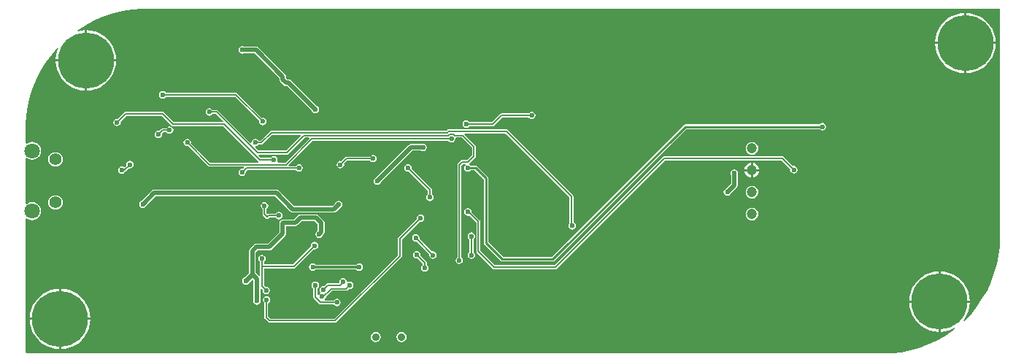
<source format=gbl>
G04*
G04 #@! TF.GenerationSoftware,Altium Limited,Altium Designer,18.1.9 (240)*
G04*
G04 Layer_Physical_Order=2*
G04 Layer_Color=16711680*
%FSLAX25Y25*%
%MOIN*%
G70*
G01*
G75*
%ADD12C,0.01181*%
%ADD14C,0.00787*%
%ADD17C,0.01000*%
%ADD26C,0.04724*%
%ADD103C,0.01968*%
%ADD104C,0.00600*%
%ADD105C,0.25591*%
%ADD106C,0.07087*%
%ADD107C,0.05543*%
%ADD108C,0.03543*%
%ADD109C,0.02362*%
G36*
X448819Y-23622D02*
X448896Y-25710D01*
X448723Y-29886D01*
X448222Y-34035D01*
X447398Y-38133D01*
X446254Y-42153D01*
X444799Y-46070D01*
X443041Y-49862D01*
X440990Y-53504D01*
X438660Y-56973D01*
X436066Y-60250D01*
X433222Y-63312D01*
X432470Y-64004D01*
X432109Y-63657D01*
X432455Y-63252D01*
X433590Y-61400D01*
X434420Y-59394D01*
X434927Y-57283D01*
X435058Y-55618D01*
X421760D01*
Y-68917D01*
X423425Y-68786D01*
X425536Y-68279D01*
X427542Y-67448D01*
X428139Y-67082D01*
X428425Y-67493D01*
X426858Y-68722D01*
X423378Y-71037D01*
X419727Y-73071D01*
X415928Y-74812D01*
X412003Y-76249D01*
X407978Y-77375D01*
X403877Y-78181D01*
X399726Y-78663D01*
X397638Y-78740D01*
X4412D01*
X3937Y-78265D01*
Y-17241D01*
X4437Y-16994D01*
X4851Y-17311D01*
X5834Y-17719D01*
X6890Y-17858D01*
X7945Y-17719D01*
X8929Y-17311D01*
X9774Y-16663D01*
X10422Y-15819D01*
X10829Y-14835D01*
X10968Y-13780D01*
X10829Y-12724D01*
X10422Y-11740D01*
X9774Y-10896D01*
X8929Y-10248D01*
X7945Y-9840D01*
X6890Y-9701D01*
X5834Y-9840D01*
X4851Y-10248D01*
X4437Y-10565D01*
X3937Y-10318D01*
Y10318D01*
X4437Y10565D01*
X4851Y10248D01*
X5834Y9840D01*
X6890Y9701D01*
X7945Y9840D01*
X8929Y10248D01*
X9774Y10896D01*
X10422Y11740D01*
X10829Y12724D01*
X10968Y13780D01*
X10829Y14835D01*
X10422Y15819D01*
X9774Y16663D01*
X8929Y17311D01*
X7945Y17719D01*
X6890Y17858D01*
X5834Y17719D01*
X4851Y17311D01*
X4437Y16994D01*
X3937Y17241D01*
Y23622D01*
Y25788D01*
X4277Y30106D01*
X4954Y34383D01*
X5965Y38595D01*
X7304Y42714D01*
X8961Y46716D01*
X10928Y50575D01*
X13191Y54268D01*
X15736Y57772D01*
X18427Y60922D01*
X18858Y60657D01*
X18335Y59394D01*
X17829Y57283D01*
X17697Y55618D01*
X30996D01*
Y68917D01*
X29331Y68786D01*
X27784Y68414D01*
X27571Y68877D01*
X28409Y69486D01*
X32103Y71750D01*
X35962Y73716D01*
X39963Y75373D01*
X44082Y76712D01*
X48294Y77723D01*
X52572Y78400D01*
X56889Y78740D01*
X448819D01*
X448819Y-23622D01*
D02*
G37*
%LPC*%
G36*
X433571Y76791D02*
Y63492D01*
X446869D01*
X446738Y65157D01*
X446232Y67268D01*
X445401Y69274D01*
X444266Y71126D01*
X442856Y72777D01*
X441205Y74187D01*
X439353Y75322D01*
X437347Y76153D01*
X435236Y76660D01*
X433571Y76791D01*
D02*
G37*
G36*
X432571D02*
X430906Y76660D01*
X428795Y76153D01*
X426789Y75322D01*
X424937Y74187D01*
X423286Y72777D01*
X421876Y71126D01*
X420741Y69274D01*
X419910Y67268D01*
X419403Y65157D01*
X419272Y63492D01*
X432571D01*
Y76791D01*
D02*
G37*
G36*
X31996Y68917D02*
Y55618D01*
X45295D01*
X45164Y57283D01*
X44657Y59394D01*
X43826Y61400D01*
X42691Y63252D01*
X41281Y64903D01*
X39630Y66313D01*
X37778Y67448D01*
X35772Y68279D01*
X33661Y68786D01*
X31996Y68917D01*
D02*
G37*
G36*
X446869Y62492D02*
X433571D01*
Y49194D01*
X435236Y49325D01*
X437347Y49832D01*
X439353Y50662D01*
X441205Y51797D01*
X442856Y53207D01*
X444266Y54858D01*
X445401Y56710D01*
X446232Y58716D01*
X446738Y60827D01*
X446869Y62492D01*
D02*
G37*
G36*
X432571D02*
X419272D01*
X419403Y60827D01*
X419910Y58716D01*
X420741Y56710D01*
X421876Y54858D01*
X423286Y53207D01*
X424937Y51797D01*
X426789Y50662D01*
X428795Y49832D01*
X430906Y49325D01*
X432571Y49194D01*
Y62492D01*
D02*
G37*
G36*
X45295Y54618D02*
X31996D01*
Y41320D01*
X33661Y41451D01*
X35772Y41958D01*
X37778Y42788D01*
X39630Y43923D01*
X41281Y45333D01*
X42691Y46984D01*
X43826Y48836D01*
X44657Y50842D01*
X45164Y52953D01*
X45295Y54618D01*
D02*
G37*
G36*
X30996D02*
X17697D01*
X17829Y52953D01*
X18335Y50842D01*
X19166Y48836D01*
X20301Y46984D01*
X21711Y45333D01*
X23362Y43923D01*
X25214Y42788D01*
X27220Y41958D01*
X29331Y41451D01*
X30996Y41320D01*
Y54618D01*
D02*
G37*
G36*
X102756Y61557D02*
X102100Y61426D01*
X101544Y61054D01*
X101172Y60498D01*
X101042Y59842D01*
X101172Y59187D01*
X101544Y58631D01*
X102100Y58259D01*
X102756Y58128D01*
X103412Y58259D01*
X103517Y58329D01*
X108428D01*
X119837Y46920D01*
Y46442D01*
X119837Y46442D01*
X119952Y45863D01*
X120280Y45372D01*
X121842Y43811D01*
X121842Y43811D01*
X122333Y43483D01*
X122912Y43368D01*
X123390D01*
X134612Y32145D01*
X134637Y32021D01*
X135009Y31465D01*
X135564Y31094D01*
X136221Y30963D01*
X136876Y31094D01*
X137433Y31465D01*
X137804Y32021D01*
X137935Y32677D01*
X137804Y33333D01*
X137433Y33889D01*
X136876Y34261D01*
X136752Y34285D01*
X125087Y45951D01*
X124596Y46279D01*
X124017Y46394D01*
X124016Y46394D01*
X123539D01*
X122864Y47069D01*
Y47547D01*
X122864Y47547D01*
X122748Y48126D01*
X122421Y48617D01*
X110125Y60913D01*
X109634Y61241D01*
X109055Y61356D01*
X109055Y61356D01*
X103517D01*
X103412Y61426D01*
X102756Y61557D01*
D02*
G37*
G36*
X235039Y31635D02*
X234383Y31505D01*
X233827Y31133D01*
X233626Y30832D01*
X221260D01*
X220911Y30763D01*
X220616Y30566D01*
X216945Y26895D01*
X206531D01*
X206330Y27196D01*
X205774Y27568D01*
X205118Y27698D01*
X204462Y27568D01*
X203906Y27196D01*
X203535Y26640D01*
X203404Y25984D01*
X203535Y25328D01*
X203906Y24772D01*
X204462Y24401D01*
X205118Y24270D01*
X205774Y24401D01*
X206330Y24772D01*
X206531Y25073D01*
X217323D01*
X217671Y25142D01*
X217967Y25340D01*
X221637Y29010D01*
X233626D01*
X233827Y28709D01*
X234383Y28338D01*
X235039Y28207D01*
X235695Y28338D01*
X236251Y28709D01*
X236623Y29265D01*
X236753Y29921D01*
X236623Y30577D01*
X236251Y31133D01*
X235695Y31505D01*
X235039Y31635D01*
D02*
G37*
G36*
X87795Y33210D02*
X87139Y33080D01*
X86583Y32708D01*
X86212Y32152D01*
X86081Y31496D01*
X86212Y30840D01*
X86583Y30284D01*
X87139Y29912D01*
X87795Y29782D01*
X88451Y29912D01*
X89007Y30284D01*
X89208Y30585D01*
X90961D01*
X94151Y27395D01*
X93943Y26895D01*
X71637D01*
X67180Y31353D01*
X66884Y31550D01*
X66535Y31620D01*
X49606D01*
X49258Y31550D01*
X48962Y31353D01*
X46024Y28415D01*
X45669Y28486D01*
X45013Y28355D01*
X44457Y27984D01*
X44086Y27428D01*
X43955Y26772D01*
X44086Y26116D01*
X44457Y25560D01*
X45013Y25188D01*
X45669Y25058D01*
X46325Y25188D01*
X46881Y25560D01*
X47253Y26116D01*
X47383Y26772D01*
X47313Y27127D01*
X49984Y29797D01*
X66158D01*
X70616Y25340D01*
X70911Y25142D01*
X71260Y25073D01*
X94111D01*
X110143Y9041D01*
X110366Y8891D01*
X110351Y8590D01*
X110283Y8392D01*
X88173D01*
X79360Y17204D01*
X79431Y17559D01*
X79300Y18215D01*
X78929Y18771D01*
X78373Y19143D01*
X77716Y19273D01*
X77061Y19143D01*
X76504Y18771D01*
X76133Y18215D01*
X76003Y17559D01*
X76133Y16903D01*
X76504Y16347D01*
X77061Y15976D01*
X77716Y15845D01*
X78071Y15916D01*
X87151Y6836D01*
X87447Y6639D01*
X87795Y6569D01*
X103392D01*
X103599Y6069D01*
X103111Y5581D01*
X102756Y5651D01*
X102100Y5521D01*
X101544Y5149D01*
X101172Y4593D01*
X101042Y3937D01*
X101172Y3281D01*
X101544Y2725D01*
X102100Y2353D01*
X102756Y2223D01*
X103412Y2353D01*
X103968Y2725D01*
X104340Y3281D01*
X104470Y3937D01*
X104399Y4292D01*
X105102Y4994D01*
X127327D01*
X127528Y4693D01*
X128084Y4322D01*
X128740Y4191D01*
X129396Y4322D01*
X129952Y4693D01*
X130324Y5250D01*
X130454Y5906D01*
X130324Y6561D01*
X129952Y7118D01*
X129396Y7489D01*
X128740Y7620D01*
X128084Y7489D01*
X127528Y7118D01*
X127327Y6817D01*
X124167D01*
X123960Y7317D01*
X135023Y18380D01*
X197012D01*
X197213Y18079D01*
X197769Y17708D01*
X198425Y17577D01*
X199081Y17708D01*
X199637Y18079D01*
X200009Y18635D01*
X200139Y19291D01*
X200105Y19462D01*
X200423Y19849D01*
X203166D01*
X207750Y15264D01*
Y11795D01*
X205528Y9573D01*
X203150D01*
X202801Y9503D01*
X202505Y9306D01*
X201324Y8125D01*
X201127Y7829D01*
X201057Y7480D01*
Y-34807D01*
X200756Y-35009D01*
X200384Y-35565D01*
X200254Y-36221D01*
X200384Y-36876D01*
X200756Y-37433D01*
X201312Y-37804D01*
X201968Y-37935D01*
X202624Y-37804D01*
X203180Y-37433D01*
X203552Y-36876D01*
X203682Y-36221D01*
X203552Y-35565D01*
X203180Y-35009D01*
X202880Y-34808D01*
Y7103D01*
X203527Y7750D01*
X204740D01*
X204892Y7250D01*
X204694Y7118D01*
X204322Y6561D01*
X204191Y5906D01*
X204322Y5250D01*
X204694Y4693D01*
X205250Y4322D01*
X205906Y4191D01*
X206561Y4322D01*
X207118Y4693D01*
X207246Y4886D01*
X209027D01*
X213154Y759D01*
Y-28346D01*
X213231Y-28737D01*
X213452Y-29067D01*
X220933Y-36548D01*
X221263Y-36769D01*
X221654Y-36846D01*
X244488D01*
X244878Y-36769D01*
X245209Y-36548D01*
X305540Y23784D01*
X366376D01*
X366505Y23591D01*
X367061Y23220D01*
X367717Y23089D01*
X368373Y23220D01*
X368929Y23591D01*
X369300Y24147D01*
X369431Y24803D01*
X369300Y25459D01*
X368929Y26015D01*
X368373Y26387D01*
X367717Y26517D01*
X367061Y26387D01*
X366505Y26015D01*
X366376Y25823D01*
X305118D01*
X304728Y25745D01*
X304397Y25524D01*
X244066Y-34807D01*
X222076D01*
X215193Y-27924D01*
Y1181D01*
X215115Y1571D01*
X214894Y1902D01*
X210170Y6627D01*
X209839Y6848D01*
X209449Y6925D01*
X207246D01*
X207118Y7118D01*
X206610Y7456D01*
X206548Y7717D01*
X206532Y8005D01*
X206550Y8017D01*
X209306Y10773D01*
X209503Y11069D01*
X209573Y11417D01*
Y15642D01*
X209503Y15990D01*
X209306Y16286D01*
X204349Y21242D01*
X204557Y21742D01*
X223032D01*
X252238Y-7464D01*
Y-19399D01*
X251960Y-19816D01*
X251829Y-20472D01*
X251960Y-21128D01*
X252331Y-21684D01*
X252887Y-22056D01*
X253543Y-22186D01*
X254199Y-22056D01*
X254755Y-21684D01*
X255127Y-21128D01*
X255257Y-20472D01*
X255127Y-19816D01*
X254755Y-19260D01*
X254199Y-18889D01*
X254061Y-18861D01*
Y-7087D01*
X253992Y-6738D01*
X253794Y-6442D01*
X224054Y23298D01*
X223758Y23495D01*
X223410Y23565D01*
X197032D01*
X196684Y23495D01*
X196388Y23298D01*
X196049Y22958D01*
X116142D01*
X115793Y22889D01*
X115497Y22692D01*
X111276Y18470D01*
X110311D01*
X110110Y18771D01*
X109554Y19143D01*
X108898Y19273D01*
X108242Y19143D01*
X107686Y18771D01*
X107314Y18215D01*
X107198Y17632D01*
X106962Y17496D01*
X106701Y17422D01*
X91983Y32140D01*
X91687Y32338D01*
X91339Y32407D01*
X89208D01*
X89007Y32708D01*
X88451Y33080D01*
X87795Y33210D01*
D02*
G37*
G36*
X66535Y41084D02*
X65879Y40954D01*
X65323Y40582D01*
X64952Y40026D01*
X64821Y39370D01*
X64952Y38714D01*
X65323Y38158D01*
X65879Y37786D01*
X66535Y37656D01*
X67191Y37786D01*
X67747Y38158D01*
X67948Y38459D01*
X99623D01*
X110561Y27520D01*
X110491Y27165D01*
X110621Y26509D01*
X110993Y25953D01*
X111549Y25582D01*
X112205Y25451D01*
X112861Y25582D01*
X113417Y25953D01*
X113788Y26509D01*
X113919Y27165D01*
X113788Y27821D01*
X113417Y28377D01*
X112861Y28749D01*
X112205Y28879D01*
X111850Y28809D01*
X100644Y40014D01*
X100349Y40212D01*
X100000Y40281D01*
X67948D01*
X67747Y40582D01*
X67191Y40954D01*
X66535Y41084D01*
D02*
G37*
G36*
X69685Y24942D02*
X69029Y24812D01*
X68473Y24440D01*
X68208Y24044D01*
X66536D01*
X66535Y24044D01*
X66223Y23982D01*
X65959Y23805D01*
X65034Y22881D01*
X64567Y22974D01*
X63911Y22843D01*
X63355Y22472D01*
X62983Y21916D01*
X62853Y21260D01*
X62983Y20604D01*
X63355Y20048D01*
X63911Y19676D01*
X64567Y19546D01*
X65223Y19676D01*
X65779Y20048D01*
X66150Y20604D01*
X66281Y21260D01*
X66188Y21727D01*
X66873Y22413D01*
X68208D01*
X68473Y22016D01*
X69029Y21645D01*
X69685Y21514D01*
X70341Y21645D01*
X70897Y22016D01*
X71269Y22572D01*
X71399Y23228D01*
X71269Y23884D01*
X70897Y24440D01*
X70341Y24812D01*
X69685Y24942D01*
D02*
G37*
G36*
X185433Y17068D02*
X184777Y16938D01*
X184672Y16868D01*
X179921D01*
X179342Y16752D01*
X178851Y16424D01*
X178851Y16424D01*
X163929Y1502D01*
X163805Y1477D01*
X163249Y1106D01*
X162877Y550D01*
X162747Y-106D01*
X162877Y-762D01*
X163249Y-1318D01*
X163805Y-1690D01*
X164461Y-1820D01*
X165117Y-1690D01*
X165673Y-1318D01*
X166044Y-762D01*
X166069Y-638D01*
X180548Y13841D01*
X184672D01*
X184777Y13771D01*
X185433Y13640D01*
X186089Y13771D01*
X186645Y14142D01*
X187017Y14698D01*
X187147Y15354D01*
X187017Y16010D01*
X186645Y16566D01*
X186089Y16938D01*
X185433Y17068D01*
D02*
G37*
G36*
X335630Y17808D02*
X334883Y17710D01*
X334187Y17421D01*
X333589Y16963D01*
X333130Y16365D01*
X332841Y15668D01*
X332743Y14921D01*
X332841Y14174D01*
X333130Y13478D01*
X333589Y12880D01*
X334187Y12421D01*
X334883Y12133D01*
X335630Y12034D01*
X336377Y12133D01*
X337073Y12421D01*
X337671Y12880D01*
X338130Y13478D01*
X338418Y14174D01*
X338517Y14921D01*
X338418Y15668D01*
X338130Y16365D01*
X337671Y16963D01*
X337073Y17421D01*
X336377Y17710D01*
X335630Y17808D01*
D02*
G37*
G36*
X162598Y11950D02*
X161943Y11820D01*
X161386Y11448D01*
X161185Y11147D01*
X150428D01*
X150080Y11078D01*
X149784Y10881D01*
X148027Y9124D01*
X147673Y9194D01*
X147017Y9064D01*
X146461Y8692D01*
X146089Y8136D01*
X145958Y7480D01*
X146089Y6824D01*
X146461Y6268D01*
X147017Y5897D01*
X147673Y5766D01*
X148328Y5897D01*
X148885Y6268D01*
X149256Y6824D01*
X149387Y7480D01*
X149316Y7835D01*
X150806Y9325D01*
X161185D01*
X161386Y9024D01*
X161943Y8653D01*
X162598Y8522D01*
X163254Y8653D01*
X163810Y9024D01*
X164182Y9580D01*
X164313Y10236D01*
X164182Y10892D01*
X163810Y11448D01*
X163254Y11820D01*
X162598Y11950D01*
D02*
G37*
G36*
X17520Y13142D02*
X16666Y13030D01*
X15870Y12700D01*
X15186Y12176D01*
X14662Y11492D01*
X14332Y10697D01*
X14220Y9843D01*
X14332Y8988D01*
X14662Y8193D01*
X15186Y7509D01*
X15870Y6985D01*
X16666Y6655D01*
X17520Y6543D01*
X18374Y6655D01*
X19170Y6985D01*
X19853Y7509D01*
X20378Y8193D01*
X20707Y8988D01*
X20820Y9843D01*
X20707Y10697D01*
X20378Y11492D01*
X19853Y12176D01*
X19170Y12700D01*
X18374Y13030D01*
X17520Y13142D01*
D02*
G37*
G36*
X51575Y9194D02*
X50919Y9064D01*
X50363Y8692D01*
X49991Y8136D01*
X49861Y7480D01*
X49954Y7013D01*
X49070Y6129D01*
X49028Y6133D01*
X48472Y6505D01*
X47816Y6635D01*
X47160Y6505D01*
X46604Y6133D01*
X46232Y5577D01*
X46102Y4921D01*
X46232Y4265D01*
X46604Y3709D01*
X47160Y3338D01*
X47816Y3207D01*
X48472Y3338D01*
X49028Y3709D01*
X49339Y4175D01*
X49593Y4344D01*
X51107Y5859D01*
X51575Y5766D01*
X52231Y5897D01*
X52787Y6268D01*
X53158Y6824D01*
X53289Y7480D01*
X53158Y8136D01*
X52787Y8692D01*
X52231Y9064D01*
X51575Y9194D01*
D02*
G37*
G36*
X336130Y8247D02*
Y5421D01*
X338955D01*
X338906Y5799D01*
X338567Y6617D01*
X338028Y7319D01*
X337326Y7858D01*
X336508Y8197D01*
X336130Y8247D01*
D02*
G37*
G36*
X335130D02*
X334752Y8197D01*
X333934Y7858D01*
X333232Y7319D01*
X332693Y6617D01*
X332354Y5799D01*
X332305Y5421D01*
X335130D01*
Y8247D01*
D02*
G37*
G36*
X349482Y11271D02*
X295523D01*
X295175Y11202D01*
X294879Y11004D01*
X245416Y-38459D01*
X218209D01*
X211541Y-31791D01*
Y-18504D01*
X211472Y-18155D01*
X211274Y-17860D01*
X207614Y-14200D01*
X207620Y-14173D01*
X207489Y-13517D01*
X207118Y-12961D01*
X206561Y-12590D01*
X205906Y-12459D01*
X205250Y-12590D01*
X204694Y-12961D01*
X204322Y-13517D01*
X204191Y-14173D01*
X204322Y-14829D01*
X204694Y-15385D01*
X205250Y-15757D01*
X205906Y-15887D01*
X206561Y-15757D01*
X206581Y-15744D01*
X209719Y-18881D01*
Y-32168D01*
X209788Y-32517D01*
X209986Y-32813D01*
X217187Y-40014D01*
X217483Y-40212D01*
X217832Y-40281D01*
X245793D01*
X246142Y-40212D01*
X246437Y-40014D01*
X295901Y9449D01*
X349105D01*
X353081Y5473D01*
X353010Y5118D01*
X353141Y4462D01*
X353512Y3906D01*
X354068Y3535D01*
X354724Y3404D01*
X355380Y3535D01*
X355936Y3906D01*
X356308Y4462D01*
X356438Y5118D01*
X356308Y5774D01*
X355936Y6330D01*
X355380Y6702D01*
X354724Y6832D01*
X354370Y6762D01*
X350127Y11004D01*
X349831Y11202D01*
X349482Y11271D01*
D02*
G37*
G36*
X338955Y4421D02*
X336130D01*
Y1596D01*
X336508Y1646D01*
X337326Y1984D01*
X338028Y2523D01*
X338567Y3226D01*
X338906Y4044D01*
X338955Y4421D01*
D02*
G37*
G36*
X335130D02*
X332305D01*
X332354Y4044D01*
X332693Y3226D01*
X333232Y2523D01*
X333934Y1984D01*
X334752Y1646D01*
X335130Y1596D01*
Y4421D01*
D02*
G37*
G36*
X327559Y5257D02*
X326903Y5127D01*
X326347Y4755D01*
X325975Y4199D01*
X325845Y3543D01*
X325975Y2887D01*
X326046Y2782D01*
Y-1342D01*
X323878Y-3510D01*
X323753Y-3535D01*
X323197Y-3906D01*
X322826Y-4462D01*
X322695Y-5118D01*
X322826Y-5774D01*
X323197Y-6330D01*
X323753Y-6702D01*
X324409Y-6832D01*
X325065Y-6702D01*
X325621Y-6330D01*
X325993Y-5774D01*
X326018Y-5650D01*
X328629Y-3039D01*
X328629Y-3039D01*
X328957Y-2548D01*
X329072Y-1969D01*
X329072Y-1968D01*
Y2782D01*
X329143Y2887D01*
X329273Y3543D01*
X329143Y4199D01*
X328771Y4755D01*
X328215Y5127D01*
X327559Y5257D01*
D02*
G37*
G36*
X335630Y-2192D02*
X334883Y-2290D01*
X334187Y-2579D01*
X333589Y-3037D01*
X333130Y-3635D01*
X332841Y-4332D01*
X332743Y-5079D01*
X332841Y-5826D01*
X333130Y-6522D01*
X333589Y-7120D01*
X334187Y-7579D01*
X334883Y-7867D01*
X335630Y-7966D01*
X336377Y-7867D01*
X337073Y-7579D01*
X337671Y-7120D01*
X338130Y-6522D01*
X338418Y-5826D01*
X338517Y-5079D01*
X338418Y-4332D01*
X338130Y-3635D01*
X337671Y-3037D01*
X337073Y-2579D01*
X336377Y-2290D01*
X335630Y-2192D01*
D02*
G37*
G36*
X178543Y7620D02*
X177887Y7489D01*
X177331Y7118D01*
X176960Y6561D01*
X176829Y5906D01*
X176960Y5250D01*
X177331Y4693D01*
X177887Y4322D01*
X178543Y4191D01*
X178898Y4262D01*
X187671Y-4511D01*
Y-6067D01*
X187371Y-6268D01*
X186999Y-6824D01*
X186869Y-7480D01*
X186999Y-8136D01*
X187371Y-8692D01*
X187927Y-9064D01*
X188583Y-9194D01*
X189239Y-9064D01*
X189795Y-8692D01*
X190166Y-8136D01*
X190297Y-7480D01*
X190166Y-6824D01*
X189795Y-6268D01*
X189494Y-6067D01*
Y-4134D01*
X189425Y-3785D01*
X189227Y-3490D01*
X180187Y5551D01*
X180257Y5906D01*
X180127Y6561D01*
X179755Y7118D01*
X179199Y7489D01*
X178543Y7620D01*
D02*
G37*
G36*
X17520Y-6543D02*
X16666Y-6655D01*
X15870Y-6985D01*
X15186Y-7509D01*
X14662Y-8193D01*
X14332Y-8988D01*
X14220Y-9843D01*
X14332Y-10697D01*
X14662Y-11492D01*
X15186Y-12176D01*
X15870Y-12700D01*
X16666Y-13030D01*
X17520Y-13142D01*
X18374Y-13030D01*
X19170Y-12700D01*
X19853Y-12176D01*
X20378Y-11492D01*
X20707Y-10697D01*
X20820Y-9843D01*
X20707Y-8988D01*
X20378Y-8193D01*
X19853Y-7509D01*
X19170Y-6985D01*
X18374Y-6655D01*
X17520Y-6543D01*
D02*
G37*
G36*
X118504Y-3999D02*
X118504Y-3999D01*
X62598D01*
X62019Y-4114D01*
X61528Y-4442D01*
X61528Y-4442D01*
X56948Y-9022D01*
X56824Y-9046D01*
X56268Y-9418D01*
X55897Y-9974D01*
X55766Y-10630D01*
X55897Y-11286D01*
X56268Y-11842D01*
X56824Y-12213D01*
X57480Y-12344D01*
X58136Y-12213D01*
X58692Y-11842D01*
X59064Y-11286D01*
X59088Y-11162D01*
X63225Y-7025D01*
X117877D01*
X124914Y-14062D01*
X124914Y-14062D01*
X125405Y-14390D01*
X125984Y-14505D01*
X125984Y-14505D01*
X144704D01*
X144704Y-14505D01*
X145283Y-14390D01*
X145774Y-14062D01*
X147382Y-12454D01*
X147506Y-12429D01*
X148062Y-12058D01*
X148434Y-11502D01*
X148564Y-10846D01*
X148434Y-10190D01*
X148062Y-9634D01*
X147506Y-9262D01*
X146850Y-9132D01*
X146195Y-9262D01*
X145638Y-9634D01*
X145267Y-10190D01*
X145242Y-10314D01*
X144077Y-11479D01*
X126611D01*
X119574Y-4442D01*
X119083Y-4114D01*
X118987Y-4095D01*
X118504Y-3999D01*
D02*
G37*
G36*
X136614Y-15219D02*
X136614Y-15219D01*
X129395D01*
X129395Y-15219D01*
X128816Y-15334D01*
X128325Y-15662D01*
X128325Y-15662D01*
X126461Y-17525D01*
X121512D01*
X121512Y-17525D01*
X120933Y-17641D01*
X120442Y-17969D01*
X120442Y-17969D01*
X120280Y-18131D01*
X119952Y-18622D01*
X119837Y-19201D01*
X119837Y-19201D01*
Y-23298D01*
X114531Y-28605D01*
X109252D01*
X109252Y-28605D01*
X108673Y-28720D01*
X108182Y-29048D01*
X106410Y-30820D01*
X106082Y-31311D01*
X105967Y-31890D01*
X105967Y-31890D01*
Y-42090D01*
X103996Y-44061D01*
X103872Y-44086D01*
X103316Y-44457D01*
X102944Y-45013D01*
X102813Y-45669D01*
X102944Y-46325D01*
X103316Y-46881D01*
X103872Y-47253D01*
X104528Y-47383D01*
X105183Y-47253D01*
X105740Y-46881D01*
X106111Y-46325D01*
X106136Y-46201D01*
X107480Y-44857D01*
X108034Y-45410D01*
Y-54062D01*
X107964Y-54167D01*
X107833Y-54823D01*
X107964Y-55479D01*
X108335Y-56035D01*
X108891Y-56406D01*
X109547Y-56537D01*
X110203Y-56406D01*
X110759Y-56035D01*
X111131Y-55479D01*
X111261Y-54823D01*
X111131Y-54167D01*
X111061Y-54062D01*
Y-49277D01*
X111561Y-49070D01*
X112136Y-49645D01*
X112065Y-50000D01*
X112196Y-50656D01*
X112567Y-51212D01*
X113124Y-51584D01*
X113779Y-51714D01*
X114436Y-51584D01*
X114991Y-51212D01*
X115363Y-50656D01*
X115494Y-50000D01*
X115363Y-49344D01*
X114991Y-48788D01*
X114436Y-48416D01*
X113779Y-48286D01*
X113425Y-48357D01*
X112722Y-47654D01*
Y-39888D01*
X126378D01*
X126727Y-39818D01*
X127022Y-39621D01*
X135472Y-31171D01*
X135827Y-31242D01*
X136483Y-31111D01*
X137039Y-30740D01*
X137410Y-30184D01*
X137541Y-29528D01*
X137410Y-28872D01*
X137039Y-28316D01*
X136483Y-27944D01*
X135827Y-27814D01*
X135171Y-27944D01*
X134615Y-28316D01*
X134243Y-28872D01*
X134113Y-29528D01*
X134183Y-29882D01*
X126000Y-38065D01*
X112722D01*
Y-36846D01*
X113023Y-36645D01*
X113395Y-36089D01*
X113525Y-35433D01*
X113395Y-34777D01*
X113023Y-34221D01*
X112467Y-33849D01*
X111811Y-33719D01*
X111155Y-33849D01*
X110599Y-34221D01*
X110228Y-34777D01*
X110097Y-35433D01*
X110228Y-36089D01*
X110599Y-36645D01*
X110900Y-36846D01*
Y-38976D01*
Y-43289D01*
X110400Y-43496D01*
X108994Y-42090D01*
Y-32517D01*
X109879Y-31631D01*
X115157D01*
X115157Y-31631D01*
X115737Y-31516D01*
X116228Y-31188D01*
X122421Y-24995D01*
X122421Y-24995D01*
X122749Y-24504D01*
X122864Y-23925D01*
X122864Y-23925D01*
Y-20552D01*
X127088D01*
X127088Y-20552D01*
X127667Y-20437D01*
X128158Y-20109D01*
X130022Y-18246D01*
X135987D01*
X137365Y-19623D01*
Y-22722D01*
X137336Y-22727D01*
X136780Y-23099D01*
X136409Y-23655D01*
X136278Y-24311D01*
X136409Y-24967D01*
X136780Y-25523D01*
X137336Y-25895D01*
X137992Y-26025D01*
X138648Y-25895D01*
X139204Y-25523D01*
X139576Y-24967D01*
X139600Y-24843D01*
X139948Y-24495D01*
X140276Y-24004D01*
X140391Y-23425D01*
X140391Y-23425D01*
Y-18996D01*
X140276Y-18417D01*
X139948Y-17926D01*
X139948Y-17926D01*
X137684Y-15662D01*
X137193Y-15334D01*
X137097Y-15315D01*
X136614Y-15219D01*
D02*
G37*
G36*
X112992Y-9703D02*
X112336Y-9834D01*
X111780Y-10205D01*
X111409Y-10761D01*
X111278Y-11417D01*
X111409Y-12073D01*
X111780Y-12629D01*
X112081Y-12830D01*
Y-15157D01*
X112150Y-15506D01*
X112348Y-15802D01*
X113564Y-17018D01*
X113859Y-17215D01*
X114208Y-17285D01*
X114557Y-17215D01*
X114852Y-17018D01*
X114852Y-17018D01*
X115157Y-16713D01*
X118161D01*
X118362Y-17014D01*
X118918Y-17385D01*
X119574Y-17516D01*
X120230Y-17385D01*
X120786Y-17014D01*
X121158Y-16458D01*
X121288Y-15802D01*
X121158Y-15146D01*
X120786Y-14590D01*
X120230Y-14218D01*
X119574Y-14088D01*
X118918Y-14218D01*
X118362Y-14590D01*
X118161Y-14891D01*
X114779D01*
X114431Y-14960D01*
X114290Y-15054D01*
X113903Y-14745D01*
Y-12830D01*
X114204Y-12629D01*
X114576Y-12073D01*
X114706Y-11417D01*
X114576Y-10761D01*
X114204Y-10205D01*
X113648Y-9834D01*
X112992Y-9703D01*
D02*
G37*
G36*
X335630Y-12192D02*
X334883Y-12290D01*
X334187Y-12579D01*
X333589Y-13037D01*
X333130Y-13635D01*
X332841Y-14332D01*
X332743Y-15079D01*
X332841Y-15826D01*
X333130Y-16522D01*
X333589Y-17120D01*
X334187Y-17579D01*
X334883Y-17867D01*
X335630Y-17966D01*
X336377Y-17867D01*
X337073Y-17579D01*
X337671Y-17120D01*
X338130Y-16522D01*
X338418Y-15826D01*
X338517Y-15079D01*
X338418Y-14332D01*
X338130Y-13635D01*
X337671Y-13037D01*
X337073Y-12579D01*
X336377Y-12290D01*
X335630Y-12192D01*
D02*
G37*
G36*
X184252Y-15215D02*
X183596Y-15346D01*
X183040Y-15717D01*
X182668Y-16273D01*
X182538Y-16929D01*
X182608Y-17284D01*
X174159Y-25734D01*
X173961Y-26029D01*
X173892Y-26378D01*
Y-33874D01*
X144898Y-62868D01*
X115732D01*
X114691Y-61827D01*
Y-55865D01*
X115173Y-55543D01*
X115544Y-54987D01*
X115675Y-54331D01*
X115544Y-53675D01*
X115173Y-53119D01*
X114617Y-52747D01*
X113961Y-52617D01*
X113305Y-52747D01*
X112749Y-53119D01*
X112377Y-53675D01*
X112247Y-54331D01*
X112377Y-54987D01*
X112749Y-55543D01*
X112868Y-55623D01*
Y-62205D01*
X112938Y-62553D01*
X113135Y-62849D01*
X114710Y-64424D01*
X115006Y-64621D01*
X115354Y-64691D01*
X145276D01*
X145624Y-64621D01*
X145920Y-64424D01*
X175447Y-34896D01*
X175645Y-34601D01*
X175714Y-34252D01*
Y-26755D01*
X183897Y-18573D01*
X184252Y-18643D01*
X184908Y-18513D01*
X185464Y-18141D01*
X185836Y-17585D01*
X185966Y-16929D01*
X185836Y-16273D01*
X185464Y-15717D01*
X184908Y-15346D01*
X184252Y-15215D01*
D02*
G37*
G36*
X207480Y-23483D02*
X206824Y-23613D01*
X206268Y-23985D01*
X205897Y-24541D01*
X205766Y-25197D01*
X205897Y-25853D01*
X206268Y-26409D01*
X206569Y-26610D01*
Y-32445D01*
X206268Y-32646D01*
X205897Y-33202D01*
X205766Y-33858D01*
X205897Y-34514D01*
X206268Y-35070D01*
X206824Y-35442D01*
X207480Y-35572D01*
X208136Y-35442D01*
X208692Y-35070D01*
X209064Y-34514D01*
X209194Y-33858D01*
X209064Y-33202D01*
X208692Y-32646D01*
X208391Y-32445D01*
Y-26610D01*
X208692Y-26409D01*
X209064Y-25853D01*
X209194Y-25197D01*
X209064Y-24541D01*
X208692Y-23985D01*
X208136Y-23613D01*
X207480Y-23483D01*
D02*
G37*
G36*
X182087Y-24270D02*
X181431Y-24401D01*
X180875Y-24772D01*
X180503Y-25328D01*
X180373Y-25984D01*
X180503Y-26640D01*
X180875Y-27196D01*
X181431Y-27568D01*
X182087Y-27698D01*
X182441Y-27628D01*
X188317Y-33503D01*
X188247Y-33858D01*
X188377Y-34514D01*
X188749Y-35070D01*
X189305Y-35442D01*
X189961Y-35572D01*
X190617Y-35442D01*
X191173Y-35070D01*
X191544Y-34514D01*
X191675Y-33858D01*
X191544Y-33202D01*
X191173Y-32646D01*
X190617Y-32275D01*
X189961Y-32144D01*
X189606Y-32215D01*
X183730Y-26339D01*
X183801Y-25984D01*
X183670Y-25328D01*
X183299Y-24772D01*
X182743Y-24401D01*
X182087Y-24270D01*
D02*
G37*
G36*
X156299Y-37656D02*
X155643Y-37786D01*
X155087Y-38158D01*
X155020Y-38258D01*
X136318D01*
X136251Y-38158D01*
X135695Y-37786D01*
X135039Y-37656D01*
X134383Y-37786D01*
X133827Y-38158D01*
X133456Y-38714D01*
X133325Y-39370D01*
X133456Y-40026D01*
X133827Y-40582D01*
X134383Y-40954D01*
X135039Y-41084D01*
X135695Y-40954D01*
X136251Y-40582D01*
X136318Y-40482D01*
X155020D01*
X155087Y-40582D01*
X155643Y-40954D01*
X156299Y-41084D01*
X156955Y-40954D01*
X157511Y-40582D01*
X157883Y-40026D01*
X158013Y-39370D01*
X157883Y-38714D01*
X157511Y-38158D01*
X156955Y-37786D01*
X156299Y-37656D01*
D02*
G37*
G36*
X182480Y-32038D02*
X181824Y-32168D01*
X181268Y-32540D01*
X180897Y-33096D01*
X180766Y-33752D01*
X180897Y-34408D01*
X181268Y-34964D01*
X181824Y-35335D01*
X182480Y-35466D01*
X182835Y-35395D01*
X185309Y-37870D01*
Y-38351D01*
X185009Y-38552D01*
X184637Y-39108D01*
X184506Y-39764D01*
X184637Y-40420D01*
X185009Y-40976D01*
X185564Y-41347D01*
X186221Y-41478D01*
X186876Y-41347D01*
X187433Y-40976D01*
X187804Y-40420D01*
X187935Y-39764D01*
X187804Y-39108D01*
X187433Y-38552D01*
X187132Y-38351D01*
Y-37492D01*
X187062Y-37143D01*
X186865Y-36848D01*
X184124Y-34107D01*
X184194Y-33752D01*
X184064Y-33096D01*
X183692Y-32540D01*
X183136Y-32168D01*
X182480Y-32038D01*
D02*
G37*
G36*
X148819Y-44349D02*
X148163Y-44479D01*
X147607Y-44851D01*
X147235Y-45407D01*
X147105Y-46063D01*
X147137Y-46227D01*
X146727Y-46727D01*
X141876D01*
X141527Y-46796D01*
X141232Y-46993D01*
X140119Y-48107D01*
X139764Y-48036D01*
X139108Y-48166D01*
X138552Y-48538D01*
X138180Y-49094D01*
X138050Y-49750D01*
X138180Y-50406D01*
X138552Y-50962D01*
X138340Y-51422D01*
X138158Y-51544D01*
X137786Y-52100D01*
X137778Y-52142D01*
X137221Y-52381D01*
X137135Y-52326D01*
X137131Y-52315D01*
Y-49051D01*
X137432Y-48849D01*
X137804Y-48294D01*
X137934Y-47638D01*
X137804Y-46982D01*
X137432Y-46426D01*
X136876Y-46054D01*
X136220Y-45924D01*
X135564Y-46054D01*
X135008Y-46426D01*
X134637Y-46982D01*
X134506Y-47638D01*
X134637Y-48294D01*
X135008Y-48849D01*
X135309Y-49051D01*
Y-53149D01*
X135378Y-53498D01*
X135576Y-53794D01*
X137938Y-56156D01*
X138234Y-56354D01*
X138583Y-56423D01*
X144650D01*
X144851Y-56724D01*
X145407Y-57095D01*
X146063Y-57226D01*
X146719Y-57095D01*
X147275Y-56724D01*
X147646Y-56168D01*
X147777Y-55512D01*
X147646Y-54856D01*
X147275Y-54300D01*
X146719Y-53928D01*
X146063Y-53798D01*
X145407Y-53928D01*
X144851Y-54300D01*
X144650Y-54601D01*
X140535D01*
X140384Y-54101D01*
X140582Y-53968D01*
X140954Y-53412D01*
X141048Y-52939D01*
X143863Y-50124D01*
X150111D01*
X150460Y-50055D01*
X150755Y-49857D01*
X151378Y-49234D01*
X151969Y-49352D01*
X152624Y-49221D01*
X153181Y-48850D01*
X153552Y-48294D01*
X153682Y-47638D01*
X153552Y-46982D01*
X153181Y-46426D01*
X152624Y-46054D01*
X151969Y-45924D01*
X151313Y-46054D01*
X151003Y-46261D01*
X150781Y-46167D01*
X150517Y-45984D01*
X150402Y-45407D01*
X150031Y-44851D01*
X149475Y-44479D01*
X148819Y-44349D01*
D02*
G37*
G36*
X421760Y-41320D02*
Y-54618D01*
X435058D01*
X434927Y-52953D01*
X434420Y-50842D01*
X433590Y-48836D01*
X432455Y-46984D01*
X431045Y-45333D01*
X429394Y-43923D01*
X427542Y-42788D01*
X425536Y-41958D01*
X423425Y-41451D01*
X421760Y-41320D01*
D02*
G37*
G36*
X420760D02*
X419095Y-41451D01*
X416984Y-41958D01*
X414978Y-42788D01*
X413126Y-43923D01*
X411475Y-45333D01*
X410065Y-46984D01*
X408930Y-48836D01*
X408099Y-50842D01*
X407592Y-52953D01*
X407461Y-54618D01*
X420760D01*
Y-41320D01*
D02*
G37*
G36*
X20185Y-49194D02*
Y-62492D01*
X33484D01*
X33353Y-60827D01*
X32846Y-58716D01*
X32015Y-56710D01*
X30880Y-54858D01*
X29470Y-53207D01*
X27819Y-51797D01*
X25967Y-50662D01*
X23961Y-49832D01*
X21850Y-49325D01*
X20185Y-49194D01*
D02*
G37*
G36*
X19185D02*
X17520Y-49325D01*
X15409Y-49832D01*
X13403Y-50662D01*
X11551Y-51797D01*
X9900Y-53207D01*
X8490Y-54858D01*
X7355Y-56710D01*
X6524Y-58716D01*
X6018Y-60827D01*
X5886Y-62492D01*
X19185D01*
Y-49194D01*
D02*
G37*
G36*
X420760Y-55618D02*
X407461D01*
X407592Y-57283D01*
X408099Y-59394D01*
X408930Y-61400D01*
X410065Y-63252D01*
X411475Y-64903D01*
X413126Y-66313D01*
X414978Y-67448D01*
X416984Y-68279D01*
X419095Y-68786D01*
X420760Y-68917D01*
Y-55618D01*
D02*
G37*
G36*
X175591Y-68944D02*
X174704Y-69120D01*
X173953Y-69622D01*
X173451Y-70373D01*
X173274Y-71260D01*
X173451Y-72146D01*
X173953Y-72898D01*
X174704Y-73400D01*
X175591Y-73576D01*
X176477Y-73400D01*
X177228Y-72898D01*
X177730Y-72146D01*
X177907Y-71260D01*
X177730Y-70373D01*
X177228Y-69622D01*
X176477Y-69120D01*
X175591Y-68944D01*
D02*
G37*
G36*
X163779D02*
X162893Y-69120D01*
X162142Y-69622D01*
X161640Y-70373D01*
X161463Y-71260D01*
X161640Y-72146D01*
X162142Y-72898D01*
X162893Y-73400D01*
X163779Y-73576D01*
X164666Y-73400D01*
X165417Y-72898D01*
X165919Y-72146D01*
X166096Y-71260D01*
X165919Y-70373D01*
X165417Y-69622D01*
X164666Y-69120D01*
X163779Y-68944D01*
D02*
G37*
G36*
X33484Y-63492D02*
X20185D01*
Y-76791D01*
X21850Y-76660D01*
X23961Y-76153D01*
X25967Y-75322D01*
X27819Y-74187D01*
X29470Y-72777D01*
X30880Y-71126D01*
X32015Y-69274D01*
X32846Y-67268D01*
X33353Y-65157D01*
X33484Y-63492D01*
D02*
G37*
G36*
X19185D02*
X5886D01*
X6018Y-65157D01*
X6524Y-67268D01*
X7355Y-69274D01*
X8490Y-71126D01*
X9900Y-72777D01*
X11551Y-74187D01*
X13403Y-75322D01*
X15409Y-76153D01*
X17520Y-76660D01*
X19185Y-76791D01*
Y-63492D01*
D02*
G37*
%LPD*%
G36*
X129622Y20674D02*
X122851Y13903D01*
X110220D01*
X108761Y15362D01*
X108835Y15624D01*
X108971Y15860D01*
X109554Y15976D01*
X110110Y16347D01*
X110311Y16648D01*
X111654D01*
X112002Y16717D01*
X112298Y16915D01*
X116519Y21136D01*
X129430D01*
X129622Y20674D01*
D02*
G37*
G36*
X133452Y19387D02*
X122457Y8392D01*
X119082D01*
X118815Y8891D01*
X118906Y9029D01*
X119037Y9685D01*
X118906Y10341D01*
X118535Y10897D01*
X117979Y11269D01*
X117323Y11399D01*
X116667Y11269D01*
X116111Y10897D01*
X115910Y10596D01*
X111165D01*
X110180Y11581D01*
X110387Y12081D01*
X123228D01*
X123577Y12150D01*
X123873Y12348D01*
X131374Y19849D01*
X133261D01*
X133452Y19387D01*
D02*
G37*
D12*
X135039Y-39370D02*
X156299D01*
D14*
X114779Y-15802D02*
X119574D01*
X114208Y-16373D02*
X114779Y-15802D01*
X112992Y-15157D02*
X114208Y-16373D01*
X141876Y-47638D02*
X147638D01*
X148819Y-46457D01*
X143485Y-49213D02*
X150111D01*
X139370Y-53328D02*
X143485Y-49213D01*
X150111D02*
X151686Y-47638D01*
X139764Y-49750D02*
X141876Y-47638D01*
X178543Y5906D02*
X188583Y-4134D01*
Y-7480D02*
Y-4134D01*
X349482Y10360D02*
X354724Y5118D01*
X295523Y10360D02*
X349482D01*
X245793Y-39370D02*
X295523Y10360D01*
X217832Y-39370D02*
X245793D01*
X210630Y-32168D02*
X217832Y-39370D01*
X210630Y-32168D02*
Y-18504D01*
X201968Y-36221D02*
X201969Y-36220D01*
Y7480D01*
X203150Y8661D01*
X205906D01*
X208661Y11417D01*
Y15642D01*
X203543Y20760D02*
X208661Y15642D01*
X199891Y20760D02*
X203543D01*
X199285Y21366D02*
X199891Y20760D01*
X197566Y21366D02*
X199285D01*
X196959Y20760D02*
X197566Y21366D01*
X130996Y20760D02*
X196959D01*
X123228Y12992D02*
X130996Y20760D01*
X223410Y22654D02*
X253150Y-7087D01*
X197032Y22654D02*
X223410D01*
X116142Y22047D02*
X196426D01*
X197032Y22654D01*
X109843Y12992D02*
X123228D01*
X91339Y31496D02*
X109843Y12992D01*
X87795Y31496D02*
X91339D01*
X87795Y7480D02*
X122835D01*
X104724Y5906D02*
X128740D01*
X205906Y-14173D02*
X206299D01*
X210630Y-18504D01*
X205118Y25984D02*
X217323D01*
X221260Y29921D01*
X235039D01*
X111654Y17559D02*
X116142Y22047D01*
X108898Y17559D02*
X111654D01*
X134646Y19291D02*
X198425D01*
X122835Y7480D02*
X134646Y19291D01*
X77716Y17559D02*
X87795Y7480D01*
X150428Y10236D02*
X162598D01*
X147673Y7480D02*
X150428Y10236D01*
X45669Y26772D02*
X49606Y30709D01*
X66535D01*
X71260Y25984D01*
X94488D01*
X110787Y9685D01*
X117323D01*
X253150Y-20079D02*
X253543Y-20472D01*
X253150Y-20079D02*
Y-7087D01*
X100000Y39370D02*
X112205Y27165D01*
X66535Y39370D02*
X100000D01*
X138583Y-55512D02*
X146063D01*
X136220Y-53149D02*
X138583Y-55512D01*
X139370Y-53328D02*
Y-52756D01*
X136220Y-53149D02*
Y-47638D01*
X148819Y-46457D02*
Y-46063D01*
X151686Y-47638D02*
X151969D01*
X174803Y-26378D02*
X184252Y-16929D01*
X174803Y-34252D02*
Y-26378D01*
X145276Y-63779D02*
X174803Y-34252D01*
X115354Y-63779D02*
X145276D01*
X113779Y-62205D02*
X115354Y-63779D01*
X113779Y-62205D02*
Y-54512D01*
X113961Y-54331D01*
X102756Y3937D02*
X104724Y5906D01*
X112992Y-15157D02*
Y-11417D01*
X111811Y-38976D02*
Y-35433D01*
Y-48031D02*
Y-38976D01*
X126378D01*
X135827Y-29528D01*
X182087Y-25984D02*
X189961Y-33858D01*
X207480D02*
Y-25197D01*
X186221Y-39764D02*
Y-37492D01*
X182480Y-33752D02*
X186221Y-37492D01*
X111811Y-48031D02*
X113779Y-50000D01*
D17*
X205906Y5906D02*
X209449D01*
X214173Y1181D01*
Y-28346D02*
Y1181D01*
Y-28346D02*
X221654Y-35827D01*
X244488D01*
X305118Y24803D01*
X367717D01*
D26*
X335630Y14921D02*
D03*
Y4921D02*
D03*
Y-5079D02*
D03*
Y-15079D02*
D03*
D103*
X127088Y-19039D02*
X129395Y-16732D01*
X136614D01*
X121512Y-19039D02*
X127088D01*
X121350Y-19201D02*
X121512Y-19039D01*
X125984Y-12992D02*
X144704D01*
X118504Y-5512D02*
X125984Y-12992D01*
X62598Y-5512D02*
X118504D01*
X121350Y-23925D02*
Y-19201D01*
X115157Y-30118D02*
X121350Y-23925D01*
X144704Y-12992D02*
X146850Y-10846D01*
X107480Y-42717D02*
X109547Y-44783D01*
Y-54823D02*
Y-44783D01*
X137992Y-24311D02*
X138878Y-23425D01*
Y-18996D01*
X136614Y-16732D02*
X138878Y-18996D01*
X109252Y-30118D02*
X115157D01*
X107480Y-31890D02*
X109252Y-30118D01*
X107480Y-42717D02*
Y-31890D01*
X104528Y-45669D02*
X107480Y-42717D01*
X102756Y59842D02*
X109055D01*
X121350Y47547D01*
Y46442D02*
Y47547D01*
Y46442D02*
X122912Y44881D01*
X124017D01*
X136221Y32677D01*
X179921Y15354D02*
X185433D01*
X164461Y-106D02*
X179921Y15354D01*
X57480Y-10630D02*
X62598Y-5512D01*
X327559Y-1969D02*
Y3543D01*
X324409Y-5118D02*
X327559Y-1969D01*
D104*
X66535Y23228D02*
X69685D01*
X64567Y21260D02*
X66535Y23228D01*
X51575Y7480D02*
X51575Y7480D01*
X51575Y7480D02*
X51575D01*
X49016Y4921D02*
X51575Y7480D01*
X47816Y4921D02*
X49016D01*
D105*
X421260Y-55118D02*
D03*
X433071Y62992D02*
D03*
X31496Y55118D02*
D03*
X19685Y-62992D02*
D03*
D106*
X6890Y-13780D02*
D03*
Y13780D02*
D03*
D107*
X17520Y-9843D02*
D03*
Y9843D02*
D03*
D108*
X163779Y-71260D02*
D03*
X175591D02*
D03*
D109*
X119574Y-15802D02*
D03*
X151575Y-29921D02*
D03*
X162402Y-53937D02*
D03*
X178543Y-60039D02*
D03*
X297244Y-38937D02*
D03*
X289567Y-62008D02*
D03*
X96949Y-11319D02*
D03*
X155315Y-64961D02*
D03*
X146653Y-43701D02*
D03*
X109547Y-54823D02*
D03*
X137992Y-24311D02*
D03*
X104528Y-45669D02*
D03*
X110236Y40551D02*
D03*
X137795Y42140D02*
D03*
X203543D02*
D03*
X175591Y40900D02*
D03*
X12992Y-25787D02*
D03*
X48228Y-22835D02*
D03*
X72244Y-25984D02*
D03*
X96850Y-16535D02*
D03*
Y-27362D02*
D03*
X124803Y-43937D02*
D03*
X44882Y-64370D02*
D03*
X188583Y-7480D02*
D03*
X178543Y5906D02*
D03*
X372047Y32283D02*
D03*
X102756Y59842D02*
D03*
X136221Y32677D02*
D03*
X22047Y-5512D02*
D03*
X201968Y-36221D02*
D03*
X87795Y31496D02*
D03*
X129528Y28346D02*
D03*
X183661Y24409D02*
D03*
X238583Y-29921D02*
D03*
Y-18937D02*
D03*
X227953Y-29921D02*
D03*
Y-18898D02*
D03*
X249213Y5118D02*
D03*
X242835Y58268D02*
D03*
X279724Y-31102D02*
D03*
X205906Y5906D02*
D03*
X367717Y24803D02*
D03*
X205906Y-14173D02*
D03*
X354724Y5118D02*
D03*
X205118Y25984D02*
D03*
X235039Y29921D02*
D03*
X185433Y15354D02*
D03*
X164461Y-106D02*
D03*
X198425Y19291D02*
D03*
X77716Y17559D02*
D03*
X57480Y-10630D02*
D03*
X146850Y-10846D02*
D03*
X162598Y10236D02*
D03*
X147673Y7480D02*
D03*
X45669Y26772D02*
D03*
X117323Y9685D02*
D03*
X253543Y-20472D02*
D03*
X108898Y17559D02*
D03*
X112205Y27165D02*
D03*
X66535Y39370D02*
D03*
X146063Y-55512D02*
D03*
X139370Y-52756D02*
D03*
X139764Y-49750D02*
D03*
X136220Y-47638D02*
D03*
X148819Y-46063D02*
D03*
X151969Y-47638D02*
D03*
X184252Y-16929D02*
D03*
X113961Y-54331D02*
D03*
X128740Y5906D02*
D03*
X102756Y3937D02*
D03*
X112992Y-11417D02*
D03*
X135827Y-29528D02*
D03*
X189961Y-33858D02*
D03*
X182087Y-25984D02*
D03*
X156299Y-39370D02*
D03*
X135039D02*
D03*
X207480Y-25197D02*
D03*
Y-33858D02*
D03*
X182480Y-33752D02*
D03*
X186221Y-39764D02*
D03*
X327559Y3543D02*
D03*
X324409Y-5118D02*
D03*
X111811Y-35433D02*
D03*
X113779Y-50000D02*
D03*
X69685Y23228D02*
D03*
X64567Y21260D02*
D03*
X51575Y7480D02*
D03*
X47816Y4921D02*
D03*
X68071Y4528D02*
D03*
X61181D02*
D03*
X68071Y11417D02*
D03*
X61181D02*
D03*
X125787Y-23819D02*
D03*
X127756Y-25787D02*
D03*
M02*

</source>
